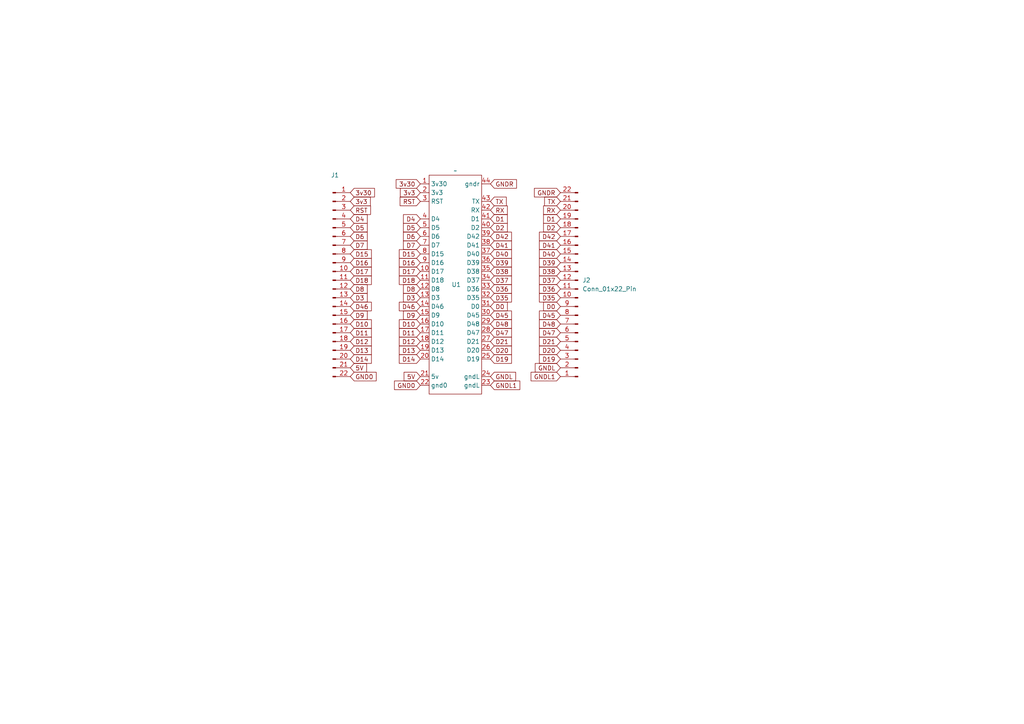
<source format=kicad_sch>
(kicad_sch
	(version 20231120)
	(generator "eeschema")
	(generator_version "8.0")
	(uuid "87774f40-8155-4691-9802-86784037d3e6")
	(paper "A4")
	(lib_symbols
		(symbol "Connector:Conn_01x22_Pin"
			(pin_names
				(offset 1.016) hide)
			(exclude_from_sim no)
			(in_bom yes)
			(on_board yes)
			(property "Reference" "J"
				(at 0 27.94 0)
				(effects
					(font
						(size 1.27 1.27)
					)
				)
			)
			(property "Value" "Conn_01x22_Pin"
				(at 0 -30.48 0)
				(effects
					(font
						(size 1.27 1.27)
					)
				)
			)
			(property "Footprint" ""
				(at 0 0 0)
				(effects
					(font
						(size 1.27 1.27)
					)
					(hide yes)
				)
			)
			(property "Datasheet" "~"
				(at 0 0 0)
				(effects
					(font
						(size 1.27 1.27)
					)
					(hide yes)
				)
			)
			(property "Description" "Generic connector, single row, 01x22, script generated"
				(at 0 0 0)
				(effects
					(font
						(size 1.27 1.27)
					)
					(hide yes)
				)
			)
			(property "ki_locked" ""
				(at 0 0 0)
				(effects
					(font
						(size 1.27 1.27)
					)
				)
			)
			(property "ki_keywords" "connector"
				(at 0 0 0)
				(effects
					(font
						(size 1.27 1.27)
					)
					(hide yes)
				)
			)
			(property "ki_fp_filters" "Connector*:*_1x??_*"
				(at 0 0 0)
				(effects
					(font
						(size 1.27 1.27)
					)
					(hide yes)
				)
			)
			(symbol "Conn_01x22_Pin_1_1"
				(polyline
					(pts
						(xy 1.27 -27.94) (xy 0.8636 -27.94)
					)
					(stroke
						(width 0.1524)
						(type default)
					)
					(fill
						(type none)
					)
				)
				(polyline
					(pts
						(xy 1.27 -25.4) (xy 0.8636 -25.4)
					)
					(stroke
						(width 0.1524)
						(type default)
					)
					(fill
						(type none)
					)
				)
				(polyline
					(pts
						(xy 1.27 -22.86) (xy 0.8636 -22.86)
					)
					(stroke
						(width 0.1524)
						(type default)
					)
					(fill
						(type none)
					)
				)
				(polyline
					(pts
						(xy 1.27 -20.32) (xy 0.8636 -20.32)
					)
					(stroke
						(width 0.1524)
						(type default)
					)
					(fill
						(type none)
					)
				)
				(polyline
					(pts
						(xy 1.27 -17.78) (xy 0.8636 -17.78)
					)
					(stroke
						(width 0.1524)
						(type default)
					)
					(fill
						(type none)
					)
				)
				(polyline
					(pts
						(xy 1.27 -15.24) (xy 0.8636 -15.24)
					)
					(stroke
						(width 0.1524)
						(type default)
					)
					(fill
						(type none)
					)
				)
				(polyline
					(pts
						(xy 1.27 -12.7) (xy 0.8636 -12.7)
					)
					(stroke
						(width 0.1524)
						(type default)
					)
					(fill
						(type none)
					)
				)
				(polyline
					(pts
						(xy 1.27 -10.16) (xy 0.8636 -10.16)
					)
					(stroke
						(width 0.1524)
						(type default)
					)
					(fill
						(type none)
					)
				)
				(polyline
					(pts
						(xy 1.27 -7.62) (xy 0.8636 -7.62)
					)
					(stroke
						(width 0.1524)
						(type default)
					)
					(fill
						(type none)
					)
				)
				(polyline
					(pts
						(xy 1.27 -5.08) (xy 0.8636 -5.08)
					)
					(stroke
						(width 0.1524)
						(type default)
					)
					(fill
						(type none)
					)
				)
				(polyline
					(pts
						(xy 1.27 -2.54) (xy 0.8636 -2.54)
					)
					(stroke
						(width 0.1524)
						(type default)
					)
					(fill
						(type none)
					)
				)
				(polyline
					(pts
						(xy 1.27 0) (xy 0.8636 0)
					)
					(stroke
						(width 0.1524)
						(type default)
					)
					(fill
						(type none)
					)
				)
				(polyline
					(pts
						(xy 1.27 2.54) (xy 0.8636 2.54)
					)
					(stroke
						(width 0.1524)
						(type default)
					)
					(fill
						(type none)
					)
				)
				(polyline
					(pts
						(xy 1.27 5.08) (xy 0.8636 5.08)
					)
					(stroke
						(width 0.1524)
						(type default)
					)
					(fill
						(type none)
					)
				)
				(polyline
					(pts
						(xy 1.27 7.62) (xy 0.8636 7.62)
					)
					(stroke
						(width 0.1524)
						(type default)
					)
					(fill
						(type none)
					)
				)
				(polyline
					(pts
						(xy 1.27 10.16) (xy 0.8636 10.16)
					)
					(stroke
						(width 0.1524)
						(type default)
					)
					(fill
						(type none)
					)
				)
				(polyline
					(pts
						(xy 1.27 12.7) (xy 0.8636 12.7)
					)
					(stroke
						(width 0.1524)
						(type default)
					)
					(fill
						(type none)
					)
				)
				(polyline
					(pts
						(xy 1.27 15.24) (xy 0.8636 15.24)
					)
					(stroke
						(width 0.1524)
						(type default)
					)
					(fill
						(type none)
					)
				)
				(polyline
					(pts
						(xy 1.27 17.78) (xy 0.8636 17.78)
					)
					(stroke
						(width 0.1524)
						(type default)
					)
					(fill
						(type none)
					)
				)
				(polyline
					(pts
						(xy 1.27 20.32) (xy 0.8636 20.32)
					)
					(stroke
						(width 0.1524)
						(type default)
					)
					(fill
						(type none)
					)
				)
				(polyline
					(pts
						(xy 1.27 22.86) (xy 0.8636 22.86)
					)
					(stroke
						(width 0.1524)
						(type default)
					)
					(fill
						(type none)
					)
				)
				(polyline
					(pts
						(xy 1.27 25.4) (xy 0.8636 25.4)
					)
					(stroke
						(width 0.1524)
						(type default)
					)
					(fill
						(type none)
					)
				)
				(rectangle
					(start 0.8636 -27.813)
					(end 0 -28.067)
					(stroke
						(width 0.1524)
						(type default)
					)
					(fill
						(type outline)
					)
				)
				(rectangle
					(start 0.8636 -25.273)
					(end 0 -25.527)
					(stroke
						(width 0.1524)
						(type default)
					)
					(fill
						(type outline)
					)
				)
				(rectangle
					(start 0.8636 -22.733)
					(end 0 -22.987)
					(stroke
						(width 0.1524)
						(type default)
					)
					(fill
						(type outline)
					)
				)
				(rectangle
					(start 0.8636 -20.193)
					(end 0 -20.447)
					(stroke
						(width 0.1524)
						(type default)
					)
					(fill
						(type outline)
					)
				)
				(rectangle
					(start 0.8636 -17.653)
					(end 0 -17.907)
					(stroke
						(width 0.1524)
						(type default)
					)
					(fill
						(type outline)
					)
				)
				(rectangle
					(start 0.8636 -15.113)
					(end 0 -15.367)
					(stroke
						(width 0.1524)
						(type default)
					)
					(fill
						(type outline)
					)
				)
				(rectangle
					(start 0.8636 -12.573)
					(end 0 -12.827)
					(stroke
						(width 0.1524)
						(type default)
					)
					(fill
						(type outline)
					)
				)
				(rectangle
					(start 0.8636 -10.033)
					(end 0 -10.287)
					(stroke
						(width 0.1524)
						(type default)
					)
					(fill
						(type outline)
					)
				)
				(rectangle
					(start 0.8636 -7.493)
					(end 0 -7.747)
					(stroke
						(width 0.1524)
						(type default)
					)
					(fill
						(type outline)
					)
				)
				(rectangle
					(start 0.8636 -4.953)
					(end 0 -5.207)
					(stroke
						(width 0.1524)
						(type default)
					)
					(fill
						(type outline)
					)
				)
				(rectangle
					(start 0.8636 -2.413)
					(end 0 -2.667)
					(stroke
						(width 0.1524)
						(type default)
					)
					(fill
						(type outline)
					)
				)
				(rectangle
					(start 0.8636 0.127)
					(end 0 -0.127)
					(stroke
						(width 0.1524)
						(type default)
					)
					(fill
						(type outline)
					)
				)
				(rectangle
					(start 0.8636 2.667)
					(end 0 2.413)
					(stroke
						(width 0.1524)
						(type default)
					)
					(fill
						(type outline)
					)
				)
				(rectangle
					(start 0.8636 5.207)
					(end 0 4.953)
					(stroke
						(width 0.1524)
						(type default)
					)
					(fill
						(type outline)
					)
				)
				(rectangle
					(start 0.8636 7.747)
					(end 0 7.493)
					(stroke
						(width 0.1524)
						(type default)
					)
					(fill
						(type outline)
					)
				)
				(rectangle
					(start 0.8636 10.287)
					(end 0 10.033)
					(stroke
						(width 0.1524)
						(type default)
					)
					(fill
						(type outline)
					)
				)
				(rectangle
					(start 0.8636 12.827)
					(end 0 12.573)
					(stroke
						(width 0.1524)
						(type default)
					)
					(fill
						(type outline)
					)
				)
				(rectangle
					(start 0.8636 15.367)
					(end 0 15.113)
					(stroke
						(width 0.1524)
						(type default)
					)
					(fill
						(type outline)
					)
				)
				(rectangle
					(start 0.8636 17.907)
					(end 0 17.653)
					(stroke
						(width 0.1524)
						(type default)
					)
					(fill
						(type outline)
					)
				)
				(rectangle
					(start 0.8636 20.447)
					(end 0 20.193)
					(stroke
						(width 0.1524)
						(type default)
					)
					(fill
						(type outline)
					)
				)
				(rectangle
					(start 0.8636 22.987)
					(end 0 22.733)
					(stroke
						(width 0.1524)
						(type default)
					)
					(fill
						(type outline)
					)
				)
				(rectangle
					(start 0.8636 25.527)
					(end 0 25.273)
					(stroke
						(width 0.1524)
						(type default)
					)
					(fill
						(type outline)
					)
				)
				(pin passive line
					(at 5.08 25.4 180)
					(length 3.81)
					(name "Pin_1"
						(effects
							(font
								(size 1.27 1.27)
							)
						)
					)
					(number "1"
						(effects
							(font
								(size 1.27 1.27)
							)
						)
					)
				)
				(pin passive line
					(at 5.08 2.54 180)
					(length 3.81)
					(name "Pin_10"
						(effects
							(font
								(size 1.27 1.27)
							)
						)
					)
					(number "10"
						(effects
							(font
								(size 1.27 1.27)
							)
						)
					)
				)
				(pin passive line
					(at 5.08 0 180)
					(length 3.81)
					(name "Pin_11"
						(effects
							(font
								(size 1.27 1.27)
							)
						)
					)
					(number "11"
						(effects
							(font
								(size 1.27 1.27)
							)
						)
					)
				)
				(pin passive line
					(at 5.08 -2.54 180)
					(length 3.81)
					(name "Pin_12"
						(effects
							(font
								(size 1.27 1.27)
							)
						)
					)
					(number "12"
						(effects
							(font
								(size 1.27 1.27)
							)
						)
					)
				)
				(pin passive line
					(at 5.08 -5.08 180)
					(length 3.81)
					(name "Pin_13"
						(effects
							(font
								(size 1.27 1.27)
							)
						)
					)
					(number "13"
						(effects
							(font
								(size 1.27 1.27)
							)
						)
					)
				)
				(pin passive line
					(at 5.08 -7.62 180)
					(length 3.81)
					(name "Pin_14"
						(effects
							(font
								(size 1.27 1.27)
							)
						)
					)
					(number "14"
						(effects
							(font
								(size 1.27 1.27)
							)
						)
					)
				)
				(pin passive line
					(at 5.08 -10.16 180)
					(length 3.81)
					(name "Pin_15"
						(effects
							(font
								(size 1.27 1.27)
							)
						)
					)
					(number "15"
						(effects
							(font
								(size 1.27 1.27)
							)
						)
					)
				)
				(pin passive line
					(at 5.08 -12.7 180)
					(length 3.81)
					(name "Pin_16"
						(effects
							(font
								(size 1.27 1.27)
							)
						)
					)
					(number "16"
						(effects
							(font
								(size 1.27 1.27)
							)
						)
					)
				)
				(pin passive line
					(at 5.08 -15.24 180)
					(length 3.81)
					(name "Pin_17"
						(effects
							(font
								(size 1.27 1.27)
							)
						)
					)
					(number "17"
						(effects
							(font
								(size 1.27 1.27)
							)
						)
					)
				)
				(pin passive line
					(at 5.08 -17.78 180)
					(length 3.81)
					(name "Pin_18"
						(effects
							(font
								(size 1.27 1.27)
							)
						)
					)
					(number "18"
						(effects
							(font
								(size 1.27 1.27)
							)
						)
					)
				)
				(pin passive line
					(at 5.08 -20.32 180)
					(length 3.81)
					(name "Pin_19"
						(effects
							(font
								(size 1.27 1.27)
							)
						)
					)
					(number "19"
						(effects
							(font
								(size 1.27 1.27)
							)
						)
					)
				)
				(pin passive line
					(at 5.08 22.86 180)
					(length 3.81)
					(name "Pin_2"
						(effects
							(font
								(size 1.27 1.27)
							)
						)
					)
					(number "2"
						(effects
							(font
								(size 1.27 1.27)
							)
						)
					)
				)
				(pin passive line
					(at 5.08 -22.86 180)
					(length 3.81)
					(name "Pin_20"
						(effects
							(font
								(size 1.27 1.27)
							)
						)
					)
					(number "20"
						(effects
							(font
								(size 1.27 1.27)
							)
						)
					)
				)
				(pin passive line
					(at 5.08 -25.4 180)
					(length 3.81)
					(name "Pin_21"
						(effects
							(font
								(size 1.27 1.27)
							)
						)
					)
					(number "21"
						(effects
							(font
								(size 1.27 1.27)
							)
						)
					)
				)
				(pin passive line
					(at 5.08 -27.94 180)
					(length 3.81)
					(name "Pin_22"
						(effects
							(font
								(size 1.27 1.27)
							)
						)
					)
					(number "22"
						(effects
							(font
								(size 1.27 1.27)
							)
						)
					)
				)
				(pin passive line
					(at 5.08 20.32 180)
					(length 3.81)
					(name "Pin_3"
						(effects
							(font
								(size 1.27 1.27)
							)
						)
					)
					(number "3"
						(effects
							(font
								(size 1.27 1.27)
							)
						)
					)
				)
				(pin passive line
					(at 5.08 17.78 180)
					(length 3.81)
					(name "Pin_4"
						(effects
							(font
								(size 1.27 1.27)
							)
						)
					)
					(number "4"
						(effects
							(font
								(size 1.27 1.27)
							)
						)
					)
				)
				(pin passive line
					(at 5.08 15.24 180)
					(length 3.81)
					(name "Pin_5"
						(effects
							(font
								(size 1.27 1.27)
							)
						)
					)
					(number "5"
						(effects
							(font
								(size 1.27 1.27)
							)
						)
					)
				)
				(pin passive line
					(at 5.08 12.7 180)
					(length 3.81)
					(name "Pin_6"
						(effects
							(font
								(size 1.27 1.27)
							)
						)
					)
					(number "6"
						(effects
							(font
								(size 1.27 1.27)
							)
						)
					)
				)
				(pin passive line
					(at 5.08 10.16 180)
					(length 3.81)
					(name "Pin_7"
						(effects
							(font
								(size 1.27 1.27)
							)
						)
					)
					(number "7"
						(effects
							(font
								(size 1.27 1.27)
							)
						)
					)
				)
				(pin passive line
					(at 5.08 7.62 180)
					(length 3.81)
					(name "Pin_8"
						(effects
							(font
								(size 1.27 1.27)
							)
						)
					)
					(number "8"
						(effects
							(font
								(size 1.27 1.27)
							)
						)
					)
				)
				(pin passive line
					(at 5.08 5.08 180)
					(length 3.81)
					(name "Pin_9"
						(effects
							(font
								(size 1.27 1.27)
							)
						)
					)
					(number "9"
						(effects
							(font
								(size 1.27 1.27)
							)
						)
					)
				)
			)
		)
		(symbol "esp32s3dev_module:esp32s3dev_module"
			(exclude_from_sim no)
			(in_bom yes)
			(on_board yes)
			(property "Reference" "U"
				(at -0.254 6.858 0)
				(effects
					(font
						(size 1.27 1.27)
					)
				)
			)
			(property "Value" ""
				(at -0.254 6.858 0)
				(effects
					(font
						(size 1.27 1.27)
					)
				)
			)
			(property "Footprint" ""
				(at -0.254 6.858 0)
				(effects
					(font
						(size 1.27 1.27)
					)
					(hide yes)
				)
			)
			(property "Datasheet" ""
				(at -0.254 6.858 0)
				(effects
					(font
						(size 1.27 1.27)
					)
					(hide yes)
				)
			)
			(property "Description" ""
				(at -0.254 6.858 0)
				(effects
					(font
						(size 1.27 1.27)
					)
					(hide yes)
				)
			)
			(symbol "esp32s3dev_module_0_1"
				(rectangle
					(start -7.62 31.75)
					(end 7.62 -31.75)
					(stroke
						(width 0)
						(type default)
					)
					(fill
						(type none)
					)
				)
			)
			(symbol "esp32s3dev_module_1_1"
				(pin bidirectional line
					(at -10.16 29.21 0)
					(length 2.54)
					(name "3v30"
						(effects
							(font
								(size 1.27 1.27)
							)
						)
					)
					(number "1"
						(effects
							(font
								(size 1.27 1.27)
							)
						)
					)
				)
				(pin bidirectional line
					(at -10.16 3.81 0)
					(length 2.54)
					(name "D17"
						(effects
							(font
								(size 1.27 1.27)
							)
						)
					)
					(number "10"
						(effects
							(font
								(size 1.27 1.27)
							)
						)
					)
				)
				(pin bidirectional line
					(at -10.16 1.27 0)
					(length 2.54)
					(name "D18"
						(effects
							(font
								(size 1.27 1.27)
							)
						)
					)
					(number "11"
						(effects
							(font
								(size 1.27 1.27)
							)
						)
					)
				)
				(pin bidirectional line
					(at -10.16 -1.27 0)
					(length 2.54)
					(name "D8"
						(effects
							(font
								(size 1.27 1.27)
							)
						)
					)
					(number "12"
						(effects
							(font
								(size 1.27 1.27)
							)
						)
					)
				)
				(pin bidirectional line
					(at -10.16 -3.81 0)
					(length 2.54)
					(name "D3"
						(effects
							(font
								(size 1.27 1.27)
							)
						)
					)
					(number "13"
						(effects
							(font
								(size 1.27 1.27)
							)
						)
					)
				)
				(pin bidirectional line
					(at -10.16 -6.35 0)
					(length 2.54)
					(name "D46"
						(effects
							(font
								(size 1.27 1.27)
							)
						)
					)
					(number "14"
						(effects
							(font
								(size 1.27 1.27)
							)
						)
					)
				)
				(pin bidirectional line
					(at -10.16 -8.89 0)
					(length 2.54)
					(name "D9"
						(effects
							(font
								(size 1.27 1.27)
							)
						)
					)
					(number "15"
						(effects
							(font
								(size 1.27 1.27)
							)
						)
					)
				)
				(pin bidirectional line
					(at -10.16 -11.43 0)
					(length 2.54)
					(name "D10"
						(effects
							(font
								(size 1.27 1.27)
							)
						)
					)
					(number "16"
						(effects
							(font
								(size 1.27 1.27)
							)
						)
					)
				)
				(pin bidirectional line
					(at -10.16 -13.97 0)
					(length 2.54)
					(name "D11"
						(effects
							(font
								(size 1.27 1.27)
							)
						)
					)
					(number "17"
						(effects
							(font
								(size 1.27 1.27)
							)
						)
					)
				)
				(pin bidirectional line
					(at -10.16 -16.51 0)
					(length 2.54)
					(name "D12"
						(effects
							(font
								(size 1.27 1.27)
							)
						)
					)
					(number "18"
						(effects
							(font
								(size 1.27 1.27)
							)
						)
					)
				)
				(pin bidirectional line
					(at -10.16 -19.05 0)
					(length 2.54)
					(name "D13"
						(effects
							(font
								(size 1.27 1.27)
							)
						)
					)
					(number "19"
						(effects
							(font
								(size 1.27 1.27)
							)
						)
					)
				)
				(pin bidirectional line
					(at -10.16 26.67 0)
					(length 2.54)
					(name "3v3"
						(effects
							(font
								(size 1.27 1.27)
							)
						)
					)
					(number "2"
						(effects
							(font
								(size 1.27 1.27)
							)
						)
					)
				)
				(pin bidirectional line
					(at -10.16 -21.59 0)
					(length 2.54)
					(name "D14"
						(effects
							(font
								(size 1.27 1.27)
							)
						)
					)
					(number "20"
						(effects
							(font
								(size 1.27 1.27)
							)
						)
					)
				)
				(pin bidirectional line
					(at -10.16 -26.67 0)
					(length 2.54)
					(name "5v"
						(effects
							(font
								(size 1.27 1.27)
							)
						)
					)
					(number "21"
						(effects
							(font
								(size 1.27 1.27)
							)
						)
					)
				)
				(pin bidirectional line
					(at -10.16 -29.21 0)
					(length 2.54)
					(name "gnd0"
						(effects
							(font
								(size 1.27 1.27)
							)
						)
					)
					(number "22"
						(effects
							(font
								(size 1.27 1.27)
							)
						)
					)
				)
				(pin bidirectional line
					(at 10.16 -29.21 180)
					(length 2.54)
					(name "gndL"
						(effects
							(font
								(size 1.27 1.27)
							)
						)
					)
					(number "23"
						(effects
							(font
								(size 1.27 1.27)
							)
						)
					)
				)
				(pin bidirectional line
					(at 10.16 -26.67 180)
					(length 2.54)
					(name "gndL"
						(effects
							(font
								(size 1.27 1.27)
							)
						)
					)
					(number "24"
						(effects
							(font
								(size 1.27 1.27)
							)
						)
					)
				)
				(pin bidirectional line
					(at 10.16 -21.59 180)
					(length 2.54)
					(name "D19"
						(effects
							(font
								(size 1.27 1.27)
							)
						)
					)
					(number "25"
						(effects
							(font
								(size 1.27 1.27)
							)
						)
					)
				)
				(pin bidirectional line
					(at 10.16 -19.05 180)
					(length 2.54)
					(name "D20"
						(effects
							(font
								(size 1.27 1.27)
							)
						)
					)
					(number "26"
						(effects
							(font
								(size 1.27 1.27)
							)
						)
					)
				)
				(pin bidirectional line
					(at 10.16 -16.51 180)
					(length 2.54)
					(name "D21"
						(effects
							(font
								(size 1.27 1.27)
							)
						)
					)
					(number "27"
						(effects
							(font
								(size 1.27 1.27)
							)
						)
					)
				)
				(pin bidirectional line
					(at 10.16 -13.97 180)
					(length 2.54)
					(name "D47"
						(effects
							(font
								(size 1.27 1.27)
							)
						)
					)
					(number "28"
						(effects
							(font
								(size 1.27 1.27)
							)
						)
					)
				)
				(pin bidirectional line
					(at 10.16 -11.43 180)
					(length 2.54)
					(name "D48"
						(effects
							(font
								(size 1.27 1.27)
							)
						)
					)
					(number "29"
						(effects
							(font
								(size 1.27 1.27)
							)
						)
					)
				)
				(pin bidirectional line
					(at -10.16 24.13 0)
					(length 2.54)
					(name "RST"
						(effects
							(font
								(size 1.27 1.27)
							)
						)
					)
					(number "3"
						(effects
							(font
								(size 1.27 1.27)
							)
						)
					)
				)
				(pin bidirectional line
					(at 10.16 -8.89 180)
					(length 2.54)
					(name "D45"
						(effects
							(font
								(size 1.27 1.27)
							)
						)
					)
					(number "30"
						(effects
							(font
								(size 1.27 1.27)
							)
						)
					)
				)
				(pin bidirectional line
					(at 10.16 -6.35 180)
					(length 2.54)
					(name "D0"
						(effects
							(font
								(size 1.27 1.27)
							)
						)
					)
					(number "31"
						(effects
							(font
								(size 1.27 1.27)
							)
						)
					)
				)
				(pin bidirectional line
					(at 10.16 -3.81 180)
					(length 2.54)
					(name "D35"
						(effects
							(font
								(size 1.27 1.27)
							)
						)
					)
					(number "32"
						(effects
							(font
								(size 1.27 1.27)
							)
						)
					)
				)
				(pin bidirectional line
					(at 10.16 -1.27 180)
					(length 2.54)
					(name "D36"
						(effects
							(font
								(size 1.27 1.27)
							)
						)
					)
					(number "33"
						(effects
							(font
								(size 1.27 1.27)
							)
						)
					)
				)
				(pin bidirectional line
					(at 10.16 1.27 180)
					(length 2.54)
					(name "D37"
						(effects
							(font
								(size 1.27 1.27)
							)
						)
					)
					(number "34"
						(effects
							(font
								(size 1.27 1.27)
							)
						)
					)
				)
				(pin bidirectional line
					(at 10.16 3.81 180)
					(length 2.54)
					(name "D38"
						(effects
							(font
								(size 1.27 1.27)
							)
						)
					)
					(number "35"
						(effects
							(font
								(size 1.27 1.27)
							)
						)
					)
				)
				(pin bidirectional line
					(at 10.16 6.35 180)
					(length 2.54)
					(name "D39"
						(effects
							(font
								(size 1.27 1.27)
							)
						)
					)
					(number "36"
						(effects
							(font
								(size 1.27 1.27)
							)
						)
					)
				)
				(pin bidirectional line
					(at 10.16 8.89 180)
					(length 2.54)
					(name "D40"
						(effects
							(font
								(size 1.27 1.27)
							)
						)
					)
					(number "37"
						(effects
							(font
								(size 1.27 1.27)
							)
						)
					)
				)
				(pin bidirectional line
					(at 10.16 11.43 180)
					(length 2.54)
					(name "D41"
						(effects
							(font
								(size 1.27 1.27)
							)
						)
					)
					(number "38"
						(effects
							(font
								(size 1.27 1.27)
							)
						)
					)
				)
				(pin bidirectional line
					(at 10.16 13.97 180)
					(length 2.54)
					(name "D42"
						(effects
							(font
								(size 1.27 1.27)
							)
						)
					)
					(number "39"
						(effects
							(font
								(size 1.27 1.27)
							)
						)
					)
				)
				(pin bidirectional line
					(at -10.16 19.05 0)
					(length 2.54)
					(name "D4"
						(effects
							(font
								(size 1.27 1.27)
							)
						)
					)
					(number "4"
						(effects
							(font
								(size 1.27 1.27)
							)
						)
					)
				)
				(pin bidirectional line
					(at 10.16 16.51 180)
					(length 2.54)
					(name "D2"
						(effects
							(font
								(size 1.27 1.27)
							)
						)
					)
					(number "40"
						(effects
							(font
								(size 1.27 1.27)
							)
						)
					)
				)
				(pin bidirectional line
					(at 10.16 19.05 180)
					(length 2.54)
					(name "D1"
						(effects
							(font
								(size 1.27 1.27)
							)
						)
					)
					(number "41"
						(effects
							(font
								(size 1.27 1.27)
							)
						)
					)
				)
				(pin bidirectional line
					(at 10.16 21.59 180)
					(length 2.54)
					(name "RX"
						(effects
							(font
								(size 1.27 1.27)
							)
						)
					)
					(number "42"
						(effects
							(font
								(size 1.27 1.27)
							)
						)
					)
				)
				(pin bidirectional line
					(at 10.16 24.13 180)
					(length 2.54)
					(name "TX"
						(effects
							(font
								(size 1.27 1.27)
							)
						)
					)
					(number "43"
						(effects
							(font
								(size 1.27 1.27)
							)
						)
					)
				)
				(pin bidirectional line
					(at 10.16 29.21 180)
					(length 2.54)
					(name "gndr"
						(effects
							(font
								(size 1.27 1.27)
							)
						)
					)
					(number "44"
						(effects
							(font
								(size 1.27 1.27)
							)
						)
					)
				)
				(pin bidirectional line
					(at -10.16 16.51 0)
					(length 2.54)
					(name "D5"
						(effects
							(font
								(size 1.27 1.27)
							)
						)
					)
					(number "5"
						(effects
							(font
								(size 1.27 1.27)
							)
						)
					)
				)
				(pin bidirectional line
					(at -10.16 13.97 0)
					(length 2.54)
					(name "D6"
						(effects
							(font
								(size 1.27 1.27)
							)
						)
					)
					(number "6"
						(effects
							(font
								(size 1.27 1.27)
							)
						)
					)
				)
				(pin bidirectional line
					(at -10.16 11.43 0)
					(length 2.54)
					(name "D7"
						(effects
							(font
								(size 1.27 1.27)
							)
						)
					)
					(number "7"
						(effects
							(font
								(size 1.27 1.27)
							)
						)
					)
				)
				(pin bidirectional line
					(at -10.16 8.89 0)
					(length 2.54)
					(name "D15"
						(effects
							(font
								(size 1.27 1.27)
							)
						)
					)
					(number "8"
						(effects
							(font
								(size 1.27 1.27)
							)
						)
					)
				)
				(pin bidirectional line
					(at -10.16 6.35 0)
					(length 2.54)
					(name "D16"
						(effects
							(font
								(size 1.27 1.27)
							)
						)
					)
					(number "9"
						(effects
							(font
								(size 1.27 1.27)
							)
						)
					)
				)
			)
		)
	)
	(global_label "D40"
		(shape input)
		(at 142.24 73.66 0)
		(fields_autoplaced yes)
		(effects
			(font
				(size 1.27 1.27)
			)
			(justify left)
		)
		(uuid "01203fdf-d427-4fd9-99ec-6e6c697c52fd")
		(property "Intersheetrefs" "${INTERSHEET_REFS}"
			(at 148.9142 73.66 0)
			(effects
				(font
					(size 1.27 1.27)
				)
				(justify left)
				(hide yes)
			)
		)
	)
	(global_label "5V"
		(shape input)
		(at 101.6 106.68 0)
		(fields_autoplaced yes)
		(effects
			(font
				(size 1.27 1.27)
			)
			(justify left)
		)
		(uuid "05a4bfa5-4a03-49a2-84a5-36f134a100b6")
		(property "Intersheetrefs" "${INTERSHEET_REFS}"
			(at 106.8833 106.68 0)
			(effects
				(font
					(size 1.27 1.27)
				)
				(justify left)
				(hide yes)
			)
		)
	)
	(global_label "3v30"
		(shape input)
		(at 121.92 53.34 180)
		(fields_autoplaced yes)
		(effects
			(font
				(size 1.27 1.27)
			)
			(justify right)
		)
		(uuid "0703552d-e2d3-4284-a528-9da428265a52")
		(property "Intersheetrefs" "${INTERSHEET_REFS}"
			(at 114.3387 53.34 0)
			(effects
				(font
					(size 1.27 1.27)
				)
				(justify right)
				(hide yes)
			)
		)
	)
	(global_label "D48"
		(shape input)
		(at 162.56 93.98 180)
		(fields_autoplaced yes)
		(effects
			(font
				(size 1.27 1.27)
			)
			(justify right)
		)
		(uuid "0bf75e7a-6fa1-4a9d-b07b-0580c3875122")
		(property "Intersheetrefs" "${INTERSHEET_REFS}"
			(at 155.8858 93.98 0)
			(effects
				(font
					(size 1.27 1.27)
				)
				(justify right)
				(hide yes)
			)
		)
	)
	(global_label "D17"
		(shape input)
		(at 101.6 78.74 0)
		(fields_autoplaced yes)
		(effects
			(font
				(size 1.27 1.27)
			)
			(justify left)
		)
		(uuid "0bffdc4d-e14e-45c2-9e64-feb3cdadc21a")
		(property "Intersheetrefs" "${INTERSHEET_REFS}"
			(at 108.2742 78.74 0)
			(effects
				(font
					(size 1.27 1.27)
				)
				(justify left)
				(hide yes)
			)
		)
	)
	(global_label "D0"
		(shape input)
		(at 142.24 88.9 0)
		(fields_autoplaced yes)
		(effects
			(font
				(size 1.27 1.27)
			)
			(justify left)
		)
		(uuid "0ea33431-7ab7-4ea6-802c-5554b2c2cb37")
		(property "Intersheetrefs" "${INTERSHEET_REFS}"
			(at 147.7047 88.9 0)
			(effects
				(font
					(size 1.27 1.27)
				)
				(justify left)
				(hide yes)
			)
		)
	)
	(global_label "RX"
		(shape input)
		(at 142.24 60.96 0)
		(fields_autoplaced yes)
		(effects
			(font
				(size 1.27 1.27)
			)
			(justify left)
		)
		(uuid "0fb3c813-af83-4950-aee0-8a6bafb6c3f9")
		(property "Intersheetrefs" "${INTERSHEET_REFS}"
			(at 147.7047 60.96 0)
			(effects
				(font
					(size 1.27 1.27)
				)
				(justify left)
				(hide yes)
			)
		)
	)
	(global_label "5V"
		(shape input)
		(at 121.92 109.22 180)
		(fields_autoplaced yes)
		(effects
			(font
				(size 1.27 1.27)
			)
			(justify right)
		)
		(uuid "116af4a2-fc8a-4b86-88e4-29ec423f62d9")
		(property "Intersheetrefs" "${INTERSHEET_REFS}"
			(at 116.6367 109.22 0)
			(effects
				(font
					(size 1.27 1.27)
				)
				(justify right)
				(hide yes)
			)
		)
	)
	(global_label "D1"
		(shape input)
		(at 162.56 63.5 180)
		(fields_autoplaced yes)
		(effects
			(font
				(size 1.27 1.27)
			)
			(justify right)
		)
		(uuid "12011fc5-3e41-4a35-a710-609e5a465fba")
		(property "Intersheetrefs" "${INTERSHEET_REFS}"
			(at 157.0953 63.5 0)
			(effects
				(font
					(size 1.27 1.27)
				)
				(justify right)
				(hide yes)
			)
		)
	)
	(global_label "D16"
		(shape input)
		(at 101.6 76.2 0)
		(fields_autoplaced yes)
		(effects
			(font
				(size 1.27 1.27)
			)
			(justify left)
		)
		(uuid "138e7fd3-448e-41f8-8a9c-aa78d9a266b5")
		(property "Intersheetrefs" "${INTERSHEET_REFS}"
			(at 108.2742 76.2 0)
			(effects
				(font
					(size 1.27 1.27)
				)
				(justify left)
				(hide yes)
			)
		)
	)
	(global_label "GND0"
		(shape input)
		(at 121.92 111.76 180)
		(fields_autoplaced yes)
		(effects
			(font
				(size 1.27 1.27)
			)
			(justify right)
		)
		(uuid "144c599c-061b-4748-83ab-c269e863abab")
		(property "Intersheetrefs" "${INTERSHEET_REFS}"
			(at 113.8548 111.76 0)
			(effects
				(font
					(size 1.27 1.27)
				)
				(justify right)
				(hide yes)
			)
		)
	)
	(global_label "D36"
		(shape input)
		(at 162.56 83.82 180)
		(fields_autoplaced yes)
		(effects
			(font
				(size 1.27 1.27)
			)
			(justify right)
		)
		(uuid "1488836c-4771-4a5a-a985-929f3d6fa877")
		(property "Intersheetrefs" "${INTERSHEET_REFS}"
			(at 155.8858 83.82 0)
			(effects
				(font
					(size 1.27 1.27)
				)
				(justify right)
				(hide yes)
			)
		)
	)
	(global_label "D4"
		(shape input)
		(at 121.92 63.5 180)
		(fields_autoplaced yes)
		(effects
			(font
				(size 1.27 1.27)
			)
			(justify right)
		)
		(uuid "18db2853-dae6-4ecd-b51c-85a34d85829b")
		(property "Intersheetrefs" "${INTERSHEET_REFS}"
			(at 116.4553 63.5 0)
			(effects
				(font
					(size 1.27 1.27)
				)
				(justify right)
				(hide yes)
			)
		)
	)
	(global_label "D8"
		(shape input)
		(at 101.6 83.82 0)
		(fields_autoplaced yes)
		(effects
			(font
				(size 1.27 1.27)
			)
			(justify left)
		)
		(uuid "1b551280-e1fb-456b-bc23-5248cf2f2a07")
		(property "Intersheetrefs" "${INTERSHEET_REFS}"
			(at 107.0647 83.82 0)
			(effects
				(font
					(size 1.27 1.27)
				)
				(justify left)
				(hide yes)
			)
		)
	)
	(global_label "D14"
		(shape input)
		(at 101.6 104.14 0)
		(fields_autoplaced yes)
		(effects
			(font
				(size 1.27 1.27)
			)
			(justify left)
		)
		(uuid "1c10cfc0-d6e1-47dd-8dbe-45e94ed46806")
		(property "Intersheetrefs" "${INTERSHEET_REFS}"
			(at 108.2742 104.14 0)
			(effects
				(font
					(size 1.27 1.27)
				)
				(justify left)
				(hide yes)
			)
		)
	)
	(global_label "D20"
		(shape input)
		(at 142.24 101.6 0)
		(fields_autoplaced yes)
		(effects
			(font
				(size 1.27 1.27)
			)
			(justify left)
		)
		(uuid "28a308f5-00c6-4814-84a2-dcaf110b41cf")
		(property "Intersheetrefs" "${INTERSHEET_REFS}"
			(at 148.9142 101.6 0)
			(effects
				(font
					(size 1.27 1.27)
				)
				(justify left)
				(hide yes)
			)
		)
	)
	(global_label "D40"
		(shape input)
		(at 162.56 73.66 180)
		(fields_autoplaced yes)
		(effects
			(font
				(size 1.27 1.27)
			)
			(justify right)
		)
		(uuid "295fa5be-0631-4b9e-801d-bf1dca2febd9")
		(property "Intersheetrefs" "${INTERSHEET_REFS}"
			(at 155.8858 73.66 0)
			(effects
				(font
					(size 1.27 1.27)
				)
				(justify right)
				(hide yes)
			)
		)
	)
	(global_label "D17"
		(shape input)
		(at 121.92 78.74 180)
		(fields_autoplaced yes)
		(effects
			(font
				(size 1.27 1.27)
			)
			(justify right)
		)
		(uuid "2b345cfe-f9a2-4bc8-9e96-587c7381fd2f")
		(property "Intersheetrefs" "${INTERSHEET_REFS}"
			(at 115.2458 78.74 0)
			(effects
				(font
					(size 1.27 1.27)
				)
				(justify right)
				(hide yes)
			)
		)
	)
	(global_label "TX"
		(shape input)
		(at 162.56 58.42 180)
		(fields_autoplaced yes)
		(effects
			(font
				(size 1.27 1.27)
			)
			(justify right)
		)
		(uuid "2e4f870a-91ae-4bae-ad29-f28ed69fdeec")
		(property "Intersheetrefs" "${INTERSHEET_REFS}"
			(at 157.3977 58.42 0)
			(effects
				(font
					(size 1.27 1.27)
				)
				(justify right)
				(hide yes)
			)
		)
	)
	(global_label "D1"
		(shape input)
		(at 142.24 63.5 0)
		(fields_autoplaced yes)
		(effects
			(font
				(size 1.27 1.27)
			)
			(justify left)
		)
		(uuid "2e876e74-0d48-403c-84f3-b84f8c7a7020")
		(property "Intersheetrefs" "${INTERSHEET_REFS}"
			(at 147.7047 63.5 0)
			(effects
				(font
					(size 1.27 1.27)
				)
				(justify left)
				(hide yes)
			)
		)
	)
	(global_label "D10"
		(shape input)
		(at 121.92 93.98 180)
		(fields_autoplaced yes)
		(effects
			(font
				(size 1.27 1.27)
			)
			(justify right)
		)
		(uuid "3399698e-19f3-4505-aea4-641196bc67e9")
		(property "Intersheetrefs" "${INTERSHEET_REFS}"
			(at 115.2458 93.98 0)
			(effects
				(font
					(size 1.27 1.27)
				)
				(justify right)
				(hide yes)
			)
		)
	)
	(global_label "D42"
		(shape input)
		(at 162.56 68.58 180)
		(fields_autoplaced yes)
		(effects
			(font
				(size 1.27 1.27)
			)
			(justify right)
		)
		(uuid "34005b39-6b50-41e0-8fc7-9f388d11170a")
		(property "Intersheetrefs" "${INTERSHEET_REFS}"
			(at 155.8858 68.58 0)
			(effects
				(font
					(size 1.27 1.27)
				)
				(justify right)
				(hide yes)
			)
		)
	)
	(global_label "RX"
		(shape input)
		(at 162.56 60.96 180)
		(fields_autoplaced yes)
		(effects
			(font
				(size 1.27 1.27)
			)
			(justify right)
		)
		(uuid "34e20fb2-ec40-4222-801b-2c08cbda8aad")
		(property "Intersheetrefs" "${INTERSHEET_REFS}"
			(at 157.0953 60.96 0)
			(effects
				(font
					(size 1.27 1.27)
				)
				(justify right)
				(hide yes)
			)
		)
	)
	(global_label "D38"
		(shape input)
		(at 142.24 78.74 0)
		(fields_autoplaced yes)
		(effects
			(font
				(size 1.27 1.27)
			)
			(justify left)
		)
		(uuid "3a9c6430-b414-49ba-ac90-b9208ecd439d")
		(property "Intersheetrefs" "${INTERSHEET_REFS}"
			(at 148.9142 78.74 0)
			(effects
				(font
					(size 1.27 1.27)
				)
				(justify left)
				(hide yes)
			)
		)
	)
	(global_label "D2"
		(shape input)
		(at 142.24 66.04 0)
		(fields_autoplaced yes)
		(effects
			(font
				(size 1.27 1.27)
			)
			(justify left)
		)
		(uuid "3bcab669-53c7-4cba-9a28-13f439879b6f")
		(property "Intersheetrefs" "${INTERSHEET_REFS}"
			(at 147.7047 66.04 0)
			(effects
				(font
					(size 1.27 1.27)
				)
				(justify left)
				(hide yes)
			)
		)
	)
	(global_label "D48"
		(shape input)
		(at 142.24 93.98 0)
		(fields_autoplaced yes)
		(effects
			(font
				(size 1.27 1.27)
			)
			(justify left)
		)
		(uuid "3d3724fa-d020-46e6-9f93-69f73d786519")
		(property "Intersheetrefs" "${INTERSHEET_REFS}"
			(at 148.9142 93.98 0)
			(effects
				(font
					(size 1.27 1.27)
				)
				(justify left)
				(hide yes)
			)
		)
	)
	(global_label "D41"
		(shape input)
		(at 162.56 71.12 180)
		(fields_autoplaced yes)
		(effects
			(font
				(size 1.27 1.27)
			)
			(justify right)
		)
		(uuid "41ccf980-1d7b-48ee-887e-2aa786f5d77c")
		(property "Intersheetrefs" "${INTERSHEET_REFS}"
			(at 155.8858 71.12 0)
			(effects
				(font
					(size 1.27 1.27)
				)
				(justify right)
				(hide yes)
			)
		)
	)
	(global_label "D39"
		(shape input)
		(at 142.24 76.2 0)
		(fields_autoplaced yes)
		(effects
			(font
				(size 1.27 1.27)
			)
			(justify left)
		)
		(uuid "451ce117-3931-4d57-8e89-7f8cfdd0dfaa")
		(property "Intersheetrefs" "${INTERSHEET_REFS}"
			(at 148.9142 76.2 0)
			(effects
				(font
					(size 1.27 1.27)
				)
				(justify left)
				(hide yes)
			)
		)
	)
	(global_label "D18"
		(shape input)
		(at 121.92 81.28 180)
		(fields_autoplaced yes)
		(effects
			(font
				(size 1.27 1.27)
			)
			(justify right)
		)
		(uuid "469ce194-1711-4034-8cb6-0906fa4ec4f8")
		(property "Intersheetrefs" "${INTERSHEET_REFS}"
			(at 115.2458 81.28 0)
			(effects
				(font
					(size 1.27 1.27)
				)
				(justify right)
				(hide yes)
			)
		)
	)
	(global_label "D21"
		(shape input)
		(at 162.56 99.06 180)
		(fields_autoplaced yes)
		(effects
			(font
				(size 1.27 1.27)
			)
			(justify right)
		)
		(uuid "47786fa4-2052-441d-87ec-d4f9774c7a71")
		(property "Intersheetrefs" "${INTERSHEET_REFS}"
			(at 155.8858 99.06 0)
			(effects
				(font
					(size 1.27 1.27)
				)
				(justify right)
				(hide yes)
			)
		)
	)
	(global_label "D12"
		(shape input)
		(at 121.92 99.06 180)
		(fields_autoplaced yes)
		(effects
			(font
				(size 1.27 1.27)
			)
			(justify right)
		)
		(uuid "4a78e3f4-1ca1-4174-b4b9-77cb7499908c")
		(property "Intersheetrefs" "${INTERSHEET_REFS}"
			(at 115.2458 99.06 0)
			(effects
				(font
					(size 1.27 1.27)
				)
				(justify right)
				(hide yes)
			)
		)
	)
	(global_label "D11"
		(shape input)
		(at 101.6 96.52 0)
		(fields_autoplaced yes)
		(effects
			(font
				(size 1.27 1.27)
			)
			(justify left)
		)
		(uuid "4cf31d98-8272-477b-971a-0c3aeca6b5a2")
		(property "Intersheetrefs" "${INTERSHEET_REFS}"
			(at 108.2742 96.52 0)
			(effects
				(font
					(size 1.27 1.27)
				)
				(justify left)
				(hide yes)
			)
		)
	)
	(global_label "D13"
		(shape input)
		(at 101.6 101.6 0)
		(fields_autoplaced yes)
		(effects
			(font
				(size 1.27 1.27)
			)
			(justify left)
		)
		(uuid "4e0d1e1c-e7cb-43e4-a9bc-ab20feeae32a")
		(property "Intersheetrefs" "${INTERSHEET_REFS}"
			(at 108.2742 101.6 0)
			(effects
				(font
					(size 1.27 1.27)
				)
				(justify left)
				(hide yes)
			)
		)
	)
	(global_label "D5"
		(shape input)
		(at 121.92 66.04 180)
		(fields_autoplaced yes)
		(effects
			(font
				(size 1.27 1.27)
			)
			(justify right)
		)
		(uuid "4fc36ac2-745c-4ff2-b12f-7a00f41bf949")
		(property "Intersheetrefs" "${INTERSHEET_REFS}"
			(at 116.4553 66.04 0)
			(effects
				(font
					(size 1.27 1.27)
				)
				(justify right)
				(hide yes)
			)
		)
	)
	(global_label "D21"
		(shape input)
		(at 142.24 99.06 0)
		(fields_autoplaced yes)
		(effects
			(font
				(size 1.27 1.27)
			)
			(justify left)
		)
		(uuid "50489f62-0f82-4469-acd0-0e06ea625e89")
		(property "Intersheetrefs" "${INTERSHEET_REFS}"
			(at 148.9142 99.06 0)
			(effects
				(font
					(size 1.27 1.27)
				)
				(justify left)
				(hide yes)
			)
		)
	)
	(global_label "RST"
		(shape input)
		(at 121.92 58.42 180)
		(fields_autoplaced yes)
		(effects
			(font
				(size 1.27 1.27)
			)
			(justify right)
		)
		(uuid "51d2b3fa-5a39-4ae4-ae79-280024e794e7")
		(property "Intersheetrefs" "${INTERSHEET_REFS}"
			(at 115.4877 58.42 0)
			(effects
				(font
					(size 1.27 1.27)
				)
				(justify right)
				(hide yes)
			)
		)
	)
	(global_label "D39"
		(shape input)
		(at 162.56 76.2 180)
		(fields_autoplaced yes)
		(effects
			(font
				(size 1.27 1.27)
			)
			(justify right)
		)
		(uuid "544c98d4-a178-4e1c-8ca2-f846a11a33fa")
		(property "Intersheetrefs" "${INTERSHEET_REFS}"
			(at 155.8858 76.2 0)
			(effects
				(font
					(size 1.27 1.27)
				)
				(justify right)
				(hide yes)
			)
		)
	)
	(global_label "D6"
		(shape input)
		(at 101.6 68.58 0)
		(fields_autoplaced yes)
		(effects
			(font
				(size 1.27 1.27)
			)
			(justify left)
		)
		(uuid "54b80530-b6ae-4077-8bbf-fc7de6b76251")
		(property "Intersheetrefs" "${INTERSHEET_REFS}"
			(at 107.0647 68.58 0)
			(effects
				(font
					(size 1.27 1.27)
				)
				(justify left)
				(hide yes)
			)
		)
	)
	(global_label "D7"
		(shape input)
		(at 101.6 71.12 0)
		(fields_autoplaced yes)
		(effects
			(font
				(size 1.27 1.27)
			)
			(justify left)
		)
		(uuid "550c02b6-fae3-4b3c-a948-71abaf4bc56e")
		(property "Intersheetrefs" "${INTERSHEET_REFS}"
			(at 107.0647 71.12 0)
			(effects
				(font
					(size 1.27 1.27)
				)
				(justify left)
				(hide yes)
			)
		)
	)
	(global_label "D7"
		(shape input)
		(at 121.92 71.12 180)
		(fields_autoplaced yes)
		(effects
			(font
				(size 1.27 1.27)
			)
			(justify right)
		)
		(uuid "5962e7ec-0243-4832-859b-ac98b3b2ad56")
		(property "Intersheetrefs" "${INTERSHEET_REFS}"
			(at 116.4553 71.12 0)
			(effects
				(font
					(size 1.27 1.27)
				)
				(justify right)
				(hide yes)
			)
		)
	)
	(global_label "D2"
		(shape input)
		(at 162.56 66.04 180)
		(fields_autoplaced yes)
		(effects
			(font
				(size 1.27 1.27)
			)
			(justify right)
		)
		(uuid "5f925995-6b0c-438f-9e2f-95c7be2cddb0")
		(property "Intersheetrefs" "${INTERSHEET_REFS}"
			(at 157.0953 66.04 0)
			(effects
				(font
					(size 1.27 1.27)
				)
				(justify right)
				(hide yes)
			)
		)
	)
	(global_label "3v30"
		(shape input)
		(at 101.6 55.88 0)
		(fields_autoplaced yes)
		(effects
			(font
				(size 1.27 1.27)
			)
			(justify left)
		)
		(uuid "62c7a9d3-031c-4c06-99aa-28071dd700e7")
		(property "Intersheetrefs" "${INTERSHEET_REFS}"
			(at 109.1813 55.88 0)
			(effects
				(font
					(size 1.27 1.27)
				)
				(justify left)
				(hide yes)
			)
		)
	)
	(global_label "D16"
		(shape input)
		(at 121.92 76.2 180)
		(fields_autoplaced yes)
		(effects
			(font
				(size 1.27 1.27)
			)
			(justify right)
		)
		(uuid "63f141c3-0f65-4cc3-bcc0-af9722f4717c")
		(property "Intersheetrefs" "${INTERSHEET_REFS}"
			(at 115.2458 76.2 0)
			(effects
				(font
					(size 1.27 1.27)
				)
				(justify right)
				(hide yes)
			)
		)
	)
	(global_label "RST"
		(shape input)
		(at 101.6 60.96 0)
		(fields_autoplaced yes)
		(effects
			(font
				(size 1.27 1.27)
			)
			(justify left)
		)
		(uuid "65594909-ae4f-4a0f-b33b-ebe590f5bc54")
		(property "Intersheetrefs" "${INTERSHEET_REFS}"
			(at 108.0323 60.96 0)
			(effects
				(font
					(size 1.27 1.27)
				)
				(justify left)
				(hide yes)
			)
		)
	)
	(global_label "D4"
		(shape input)
		(at 101.6 63.5 0)
		(fields_autoplaced yes)
		(effects
			(font
				(size 1.27 1.27)
			)
			(justify left)
		)
		(uuid "659493cd-e6f0-4f9c-ba94-45055d7b300b")
		(property "Intersheetrefs" "${INTERSHEET_REFS}"
			(at 107.0647 63.5 0)
			(effects
				(font
					(size 1.27 1.27)
				)
				(justify left)
				(hide yes)
			)
		)
	)
	(global_label "D9"
		(shape input)
		(at 101.6 91.44 0)
		(fields_autoplaced yes)
		(effects
			(font
				(size 1.27 1.27)
			)
			(justify left)
		)
		(uuid "69634be9-acbf-4999-ac8a-e427e5958afb")
		(property "Intersheetrefs" "${INTERSHEET_REFS}"
			(at 107.0647 91.44 0)
			(effects
				(font
					(size 1.27 1.27)
				)
				(justify left)
				(hide yes)
			)
		)
	)
	(global_label "D41"
		(shape input)
		(at 142.24 71.12 0)
		(fields_autoplaced yes)
		(effects
			(font
				(size 1.27 1.27)
			)
			(justify left)
		)
		(uuid "6986ae70-694a-47a5-9417-8b7d1c3cadce")
		(property "Intersheetrefs" "${INTERSHEET_REFS}"
			(at 148.9142 71.12 0)
			(effects
				(font
					(size 1.27 1.27)
				)
				(justify left)
				(hide yes)
			)
		)
	)
	(global_label "D46"
		(shape input)
		(at 101.6 88.9 0)
		(fields_autoplaced yes)
		(effects
			(font
				(size 1.27 1.27)
			)
			(justify left)
		)
		(uuid "69e1aa47-b76c-48cb-a412-bdda630ac89d")
		(property "Intersheetrefs" "${INTERSHEET_REFS}"
			(at 108.2742 88.9 0)
			(effects
				(font
					(size 1.27 1.27)
				)
				(justify left)
				(hide yes)
			)
		)
	)
	(global_label "D45"
		(shape input)
		(at 142.24 91.44 0)
		(fields_autoplaced yes)
		(effects
			(font
				(size 1.27 1.27)
			)
			(justify left)
		)
		(uuid "6b1291e8-5597-450e-a140-12c20820c827")
		(property "Intersheetrefs" "${INTERSHEET_REFS}"
			(at 148.9142 91.44 0)
			(effects
				(font
					(size 1.27 1.27)
				)
				(justify left)
				(hide yes)
			)
		)
	)
	(global_label "GNDR"
		(shape input)
		(at 162.56 55.88 180)
		(fields_autoplaced yes)
		(effects
			(font
				(size 1.27 1.27)
			)
			(justify right)
		)
		(uuid "73ce84ab-6c4e-437d-8c9e-c921078933ad")
		(property "Intersheetrefs" "${INTERSHEET_REFS}"
			(at 154.4343 55.88 0)
			(effects
				(font
					(size 1.27 1.27)
				)
				(justify right)
				(hide yes)
			)
		)
	)
	(global_label "GNDL"
		(shape input)
		(at 142.24 109.22 0)
		(fields_autoplaced yes)
		(effects
			(font
				(size 1.27 1.27)
			)
			(justify left)
		)
		(uuid "7badf517-c480-4ef5-91bc-ee5af071483d")
		(property "Intersheetrefs" "${INTERSHEET_REFS}"
			(at 150.1238 109.22 0)
			(effects
				(font
					(size 1.27 1.27)
				)
				(justify left)
				(hide yes)
			)
		)
	)
	(global_label "D19"
		(shape input)
		(at 142.24 104.14 0)
		(fields_autoplaced yes)
		(effects
			(font
				(size 1.27 1.27)
			)
			(justify left)
		)
		(uuid "7e163dd4-8021-4986-b13a-eac27fbf12bb")
		(property "Intersheetrefs" "${INTERSHEET_REFS}"
			(at 148.9142 104.14 0)
			(effects
				(font
					(size 1.27 1.27)
				)
				(justify left)
				(hide yes)
			)
		)
	)
	(global_label "3v3"
		(shape input)
		(at 121.92 55.88 180)
		(fields_autoplaced yes)
		(effects
			(font
				(size 1.27 1.27)
			)
			(justify right)
		)
		(uuid "825e917e-2c5b-4f8e-911a-45e5d4aa71ba")
		(property "Intersheetrefs" "${INTERSHEET_REFS}"
			(at 115.5482 55.88 0)
			(effects
				(font
					(size 1.27 1.27)
				)
				(justify right)
				(hide yes)
			)
		)
	)
	(global_label "D15"
		(shape input)
		(at 121.92 73.66 180)
		(fields_autoplaced yes)
		(effects
			(font
				(size 1.27 1.27)
			)
			(justify right)
		)
		(uuid "85149dbb-5123-40e1-ad97-a6498ea9f167")
		(property "Intersheetrefs" "${INTERSHEET_REFS}"
			(at 115.2458 73.66 0)
			(effects
				(font
					(size 1.27 1.27)
				)
				(justify right)
				(hide yes)
			)
		)
	)
	(global_label "D3"
		(shape input)
		(at 121.92 86.36 180)
		(fields_autoplaced yes)
		(effects
			(font
				(size 1.27 1.27)
			)
			(justify right)
		)
		(uuid "88cdf4a2-73ce-4213-bead-bd2ff50ac45f")
		(property "Intersheetrefs" "${INTERSHEET_REFS}"
			(at 116.4553 86.36 0)
			(effects
				(font
					(size 1.27 1.27)
				)
				(justify right)
				(hide yes)
			)
		)
	)
	(global_label "D45"
		(shape input)
		(at 162.56 91.44 180)
		(fields_autoplaced yes)
		(effects
			(font
				(size 1.27 1.27)
			)
			(justify right)
		)
		(uuid "931b23c8-de7b-45c3-9f45-c713f827e0cd")
		(property "Intersheetrefs" "${INTERSHEET_REFS}"
			(at 155.8858 91.44 0)
			(effects
				(font
					(size 1.27 1.27)
				)
				(justify right)
				(hide yes)
			)
		)
	)
	(global_label "D47"
		(shape input)
		(at 142.24 96.52 0)
		(fields_autoplaced yes)
		(effects
			(font
				(size 1.27 1.27)
			)
			(justify left)
		)
		(uuid "9375f820-dff8-4a83-8ecf-7aa4c863bb4a")
		(property "Intersheetrefs" "${INTERSHEET_REFS}"
			(at 148.9142 96.52 0)
			(effects
				(font
					(size 1.27 1.27)
				)
				(justify left)
				(hide yes)
			)
		)
	)
	(global_label "TX"
		(shape input)
		(at 142.24 58.42 0)
		(fields_autoplaced yes)
		(effects
			(font
				(size 1.27 1.27)
			)
			(justify left)
		)
		(uuid "9f575e10-f282-4e88-9361-07b190cafe98")
		(property "Intersheetrefs" "${INTERSHEET_REFS}"
			(at 147.4023 58.42 0)
			(effects
				(font
					(size 1.27 1.27)
				)
				(justify left)
				(hide yes)
			)
		)
	)
	(global_label "D42"
		(shape input)
		(at 142.24 68.58 0)
		(fields_autoplaced yes)
		(effects
			(font
				(size 1.27 1.27)
			)
			(justify left)
		)
		(uuid "9fcd9d5a-aa8c-495d-8240-8599e8d4faf0")
		(property "Intersheetrefs" "${INTERSHEET_REFS}"
			(at 148.9142 68.58 0)
			(effects
				(font
					(size 1.27 1.27)
				)
				(justify left)
				(hide yes)
			)
		)
	)
	(global_label "D6"
		(shape input)
		(at 121.92 68.58 180)
		(fields_autoplaced yes)
		(effects
			(font
				(size 1.27 1.27)
			)
			(justify right)
		)
		(uuid "a5dd9648-4aa0-4aca-b772-0725f580bf0a")
		(property "Intersheetrefs" "${INTERSHEET_REFS}"
			(at 116.4553 68.58 0)
			(effects
				(font
					(size 1.27 1.27)
				)
				(justify right)
				(hide yes)
			)
		)
	)
	(global_label "D20"
		(shape input)
		(at 162.56 101.6 180)
		(fields_autoplaced yes)
		(effects
			(font
				(size 1.27 1.27)
			)
			(justify right)
		)
		(uuid "a68a361e-4154-457b-9f41-98871cbfceb8")
		(property "Intersheetrefs" "${INTERSHEET_REFS}"
			(at 155.8858 101.6 0)
			(effects
				(font
					(size 1.27 1.27)
				)
				(justify right)
				(hide yes)
			)
		)
	)
	(global_label "3v3"
		(shape input)
		(at 101.6 58.42 0)
		(fields_autoplaced yes)
		(effects
			(font
				(size 1.27 1.27)
			)
			(justify left)
		)
		(uuid "a74d34e8-721c-4cc7-bd92-412ba4edaa20")
		(property "Intersheetrefs" "${INTERSHEET_REFS}"
			(at 107.9718 58.42 0)
			(effects
				(font
					(size 1.27 1.27)
				)
				(justify left)
				(hide yes)
			)
		)
	)
	(global_label "D9"
		(shape input)
		(at 121.92 91.44 180)
		(fields_autoplaced yes)
		(effects
			(font
				(size 1.27 1.27)
			)
			(justify right)
		)
		(uuid "aca70fc8-7bc6-4c17-915e-87911c0d2163")
		(property "Intersheetrefs" "${INTERSHEET_REFS}"
			(at 116.4553 91.44 0)
			(effects
				(font
					(size 1.27 1.27)
				)
				(justify right)
				(hide yes)
			)
		)
	)
	(global_label "D37"
		(shape input)
		(at 142.24 81.28 0)
		(fields_autoplaced yes)
		(effects
			(font
				(size 1.27 1.27)
			)
			(justify left)
		)
		(uuid "ad269d22-003f-45bf-8ae1-167cd640bc58")
		(property "Intersheetrefs" "${INTERSHEET_REFS}"
			(at 148.9142 81.28 0)
			(effects
				(font
					(size 1.27 1.27)
				)
				(justify left)
				(hide yes)
			)
		)
	)
	(global_label "D11"
		(shape input)
		(at 121.92 96.52 180)
		(fields_autoplaced yes)
		(effects
			(font
				(size 1.27 1.27)
			)
			(justify right)
		)
		(uuid "afc4809d-5fac-4d7f-a3ea-b13cc6b6627f")
		(property "Intersheetrefs" "${INTERSHEET_REFS}"
			(at 115.2458 96.52 0)
			(effects
				(font
					(size 1.27 1.27)
				)
				(justify right)
				(hide yes)
			)
		)
	)
	(global_label "D37"
		(shape input)
		(at 162.56 81.28 180)
		(fields_autoplaced yes)
		(effects
			(font
				(size 1.27 1.27)
			)
			(justify right)
		)
		(uuid "b2c1b83a-8520-4286-bf3e-a7472062ee06")
		(property "Intersheetrefs" "${INTERSHEET_REFS}"
			(at 155.8858 81.28 0)
			(effects
				(font
					(size 1.27 1.27)
				)
				(justify right)
				(hide yes)
			)
		)
	)
	(global_label "D13"
		(shape input)
		(at 121.92 101.6 180)
		(fields_autoplaced yes)
		(effects
			(font
				(size 1.27 1.27)
			)
			(justify right)
		)
		(uuid "b609120c-29fd-4a92-841e-e0861402ee13")
		(property "Intersheetrefs" "${INTERSHEET_REFS}"
			(at 115.2458 101.6 0)
			(effects
				(font
					(size 1.27 1.27)
				)
				(justify right)
				(hide yes)
			)
		)
	)
	(global_label "D46"
		(shape input)
		(at 121.92 88.9 180)
		(fields_autoplaced yes)
		(effects
			(font
				(size 1.27 1.27)
			)
			(justify right)
		)
		(uuid "bcaa3824-68de-44d9-8d0d-a22252a22921")
		(property "Intersheetrefs" "${INTERSHEET_REFS}"
			(at 115.2458 88.9 0)
			(effects
				(font
					(size 1.27 1.27)
				)
				(justify right)
				(hide yes)
			)
		)
	)
	(global_label "GND0"
		(shape input)
		(at 101.6 109.22 0)
		(fields_autoplaced yes)
		(effects
			(font
				(size 1.27 1.27)
			)
			(justify left)
		)
		(uuid "be74084b-11e0-4e5b-91e9-a3ac57cefe39")
		(property "Intersheetrefs" "${INTERSHEET_REFS}"
			(at 109.6652 109.22 0)
			(effects
				(font
					(size 1.27 1.27)
				)
				(justify left)
				(hide yes)
			)
		)
	)
	(global_label "D35"
		(shape input)
		(at 162.56 86.36 180)
		(fields_autoplaced yes)
		(effects
			(font
				(size 1.27 1.27)
			)
			(justify right)
		)
		(uuid "c6fbca8b-3cdb-42d8-ab2c-57a1a1320c05")
		(property "Intersheetrefs" "${INTERSHEET_REFS}"
			(at 155.8858 86.36 0)
			(effects
				(font
					(size 1.27 1.27)
				)
				(justify right)
				(hide yes)
			)
		)
	)
	(global_label "D38"
		(shape input)
		(at 162.56 78.74 180)
		(fields_autoplaced yes)
		(effects
			(font
				(size 1.27 1.27)
			)
			(justify right)
		)
		(uuid "cb1fb53d-7fb3-4635-bcbb-63298e3319b3")
		(property "Intersheetrefs" "${INTERSHEET_REFS}"
			(at 155.8858 78.74 0)
			(effects
				(font
					(size 1.27 1.27)
				)
				(justify right)
				(hide yes)
			)
		)
	)
	(global_label "D18"
		(shape input)
		(at 101.6 81.28 0)
		(fields_autoplaced yes)
		(effects
			(font
				(size 1.27 1.27)
			)
			(justify left)
		)
		(uuid "ce97ad00-f104-4a64-9289-299c37f22fdd")
		(property "Intersheetrefs" "${INTERSHEET_REFS}"
			(at 108.2742 81.28 0)
			(effects
				(font
					(size 1.27 1.27)
				)
				(justify left)
				(hide yes)
			)
		)
	)
	(global_label "D36"
		(shape input)
		(at 142.24 83.82 0)
		(fields_autoplaced yes)
		(effects
			(font
				(size 1.27 1.27)
			)
			(justify left)
		)
		(uuid "d25aae82-19fd-4a1f-a61c-b2e2a0bfbf0d")
		(property "Intersheetrefs" "${INTERSHEET_REFS}"
			(at 148.9142 83.82 0)
			(effects
				(font
					(size 1.27 1.27)
				)
				(justify left)
				(hide yes)
			)
		)
	)
	(global_label "D5"
		(shape input)
		(at 101.6 66.04 0)
		(fields_autoplaced yes)
		(effects
			(font
				(size 1.27 1.27)
			)
			(justify left)
		)
		(uuid "d5424e4e-d2aa-42ec-99e1-e68e7a8c6ddc")
		(property "Intersheetrefs" "${INTERSHEET_REFS}"
			(at 107.0647 66.04 0)
			(effects
				(font
					(size 1.27 1.27)
				)
				(justify left)
				(hide yes)
			)
		)
	)
	(global_label "D3"
		(shape input)
		(at 101.6 86.36 0)
		(fields_autoplaced yes)
		(effects
			(font
				(size 1.27 1.27)
			)
			(justify left)
		)
		(uuid "d9e787c1-9745-4035-acfe-b4a25ec28619")
		(property "Intersheetrefs" "${INTERSHEET_REFS}"
			(at 107.0647 86.36 0)
			(effects
				(font
					(size 1.27 1.27)
				)
				(justify left)
				(hide yes)
			)
		)
	)
	(global_label "D47"
		(shape input)
		(at 162.56 96.52 180)
		(fields_autoplaced yes)
		(effects
			(font
				(size 1.27 1.27)
			)
			(justify right)
		)
		(uuid "db00a5a2-fff4-4e40-97dc-b95ecf8e8bd0")
		(property "Intersheetrefs" "${INTERSHEET_REFS}"
			(at 155.8858 96.52 0)
			(effects
				(font
					(size 1.27 1.27)
				)
				(justify right)
				(hide yes)
			)
		)
	)
	(global_label "D14"
		(shape input)
		(at 121.92 104.14 180)
		(fields_autoplaced yes)
		(effects
			(font
				(size 1.27 1.27)
			)
			(justify right)
		)
		(uuid "dc56df7f-de29-4c1d-ba11-9a79d9881ce9")
		(property "Intersheetrefs" "${INTERSHEET_REFS}"
			(at 115.2458 104.14 0)
			(effects
				(font
					(size 1.27 1.27)
				)
				(justify right)
				(hide yes)
			)
		)
	)
	(global_label "GNDL1"
		(shape input)
		(at 162.56 109.22 180)
		(fields_autoplaced yes)
		(effects
			(font
				(size 1.27 1.27)
			)
			(justify right)
		)
		(uuid "dcd9dc35-6559-4c96-9a86-d6a9a3f535ca")
		(property "Intersheetrefs" "${INTERSHEET_REFS}"
			(at 153.4667 109.22 0)
			(effects
				(font
					(size 1.27 1.27)
				)
				(justify right)
				(hide yes)
			)
		)
	)
	(global_label "D19"
		(shape input)
		(at 162.56 104.14 180)
		(fields_autoplaced yes)
		(effects
			(font
				(size 1.27 1.27)
			)
			(justify right)
		)
		(uuid "dd467fb9-afbf-4129-a9e2-a4d861218866")
		(property "Intersheetrefs" "${INTERSHEET_REFS}"
			(at 155.8858 104.14 0)
			(effects
				(font
					(size 1.27 1.27)
				)
				(justify right)
				(hide yes)
			)
		)
	)
	(global_label "D8"
		(shape input)
		(at 121.92 83.82 180)
		(fields_autoplaced yes)
		(effects
			(font
				(size 1.27 1.27)
			)
			(justify right)
		)
		(uuid "de9283e4-b942-43b4-a4fd-ed51406de7a4")
		(property "Intersheetrefs" "${INTERSHEET_REFS}"
			(at 116.4553 83.82 0)
			(effects
				(font
					(size 1.27 1.27)
				)
				(justify right)
				(hide yes)
			)
		)
	)
	(global_label "GNDL1"
		(shape input)
		(at 142.24 111.76 0)
		(fields_autoplaced yes)
		(effects
			(font
				(size 1.27 1.27)
			)
			(justify left)
		)
		(uuid "dea857a9-98c7-4e75-968c-247097579071")
		(property "Intersheetrefs" "${INTERSHEET_REFS}"
			(at 151.3333 111.76 0)
			(effects
				(font
					(size 1.27 1.27)
				)
				(justify left)
				(hide yes)
			)
		)
	)
	(global_label "D0"
		(shape input)
		(at 162.56 88.9 180)
		(fields_autoplaced yes)
		(effects
			(font
				(size 1.27 1.27)
			)
			(justify right)
		)
		(uuid "e7fa1d14-fccd-4e8e-977b-9f653beae375")
		(property "Intersheetrefs" "${INTERSHEET_REFS}"
			(at 157.0953 88.9 0)
			(effects
				(font
					(size 1.27 1.27)
				)
				(justify right)
				(hide yes)
			)
		)
	)
	(global_label "GNDL"
		(shape input)
		(at 162.56 106.68 180)
		(fields_autoplaced yes)
		(effects
			(font
				(size 1.27 1.27)
			)
			(justify right)
		)
		(uuid "eb5807b1-4d33-4d27-99dc-b39127566388")
		(property "Intersheetrefs" "${INTERSHEET_REFS}"
			(at 154.6762 106.68 0)
			(effects
				(font
					(size 1.27 1.27)
				)
				(justify right)
				(hide yes)
			)
		)
	)
	(global_label "D10"
		(shape input)
		(at 101.6 93.98 0)
		(fields_autoplaced yes)
		(effects
			(font
				(size 1.27 1.27)
			)
			(justify left)
		)
		(uuid "ebc88e63-a477-4e16-9099-b37c5e95279f")
		(property "Intersheetrefs" "${INTERSHEET_REFS}"
			(at 108.2742 93.98 0)
			(effects
				(font
					(size 1.27 1.27)
				)
				(justify left)
				(hide yes)
			)
		)
	)
	(global_label "D12"
		(shape input)
		(at 101.6 99.06 0)
		(fields_autoplaced yes)
		(effects
			(font
				(size 1.27 1.27)
			)
			(justify left)
		)
		(uuid "f2344a84-6e36-4ff5-a86b-0e94580cd9cc")
		(property "Intersheetrefs" "${INTERSHEET_REFS}"
			(at 108.2742 99.06 0)
			(effects
				(font
					(size 1.27 1.27)
				)
				(justify left)
				(hide yes)
			)
		)
	)
	(global_label "D15"
		(shape input)
		(at 101.6 73.66 0)
		(fields_autoplaced yes)
		(effects
			(font
				(size 1.27 1.27)
			)
			(justify left)
		)
		(uuid "f536abe9-0a5c-48bb-afc5-8df28edff341")
		(property "Intersheetrefs" "${INTERSHEET_REFS}"
			(at 108.2742 73.66 0)
			(effects
				(font
					(size 1.27 1.27)
				)
				(justify left)
				(hide yes)
			)
		)
	)
	(global_label "D35"
		(shape input)
		(at 142.24 86.36 0)
		(fields_autoplaced yes)
		(effects
			(font
				(size 1.27 1.27)
			)
			(justify left)
		)
		(uuid "f8f714bc-129b-4ea2-bd9c-a1057ea94820")
		(property "Intersheetrefs" "${INTERSHEET_REFS}"
			(at 148.9142 86.36 0)
			(effects
				(font
					(size 1.27 1.27)
				)
				(justify left)
				(hide yes)
			)
		)
	)
	(global_label "GNDR"
		(shape input)
		(at 142.24 53.34 0)
		(fields_autoplaced yes)
		(effects
			(font
				(size 1.27 1.27)
			)
			(justify left)
		)
		(uuid "f9e45740-5eef-48dd-b103-7114f1a84063")
		(property "Intersheetrefs" "${INTERSHEET_REFS}"
			(at 150.3657 53.34 0)
			(effects
				(font
					(size 1.27 1.27)
				)
				(justify left)
				(hide yes)
			)
		)
	)
	(symbol
		(lib_id "esp32s3dev_module:esp32s3dev_module")
		(at 132.08 82.55 0)
		(unit 1)
		(exclude_from_sim no)
		(in_bom yes)
		(on_board yes)
		(dnp no)
		(uuid "31c3afcc-a378-48c2-9479-5c46b3b63bb9")
		(property "Reference" "U1"
			(at 132.334 82.55 0)
			(effects
				(font
					(size 1.27 1.27)
				)
			)
		)
		(property "Value" "~"
			(at 132.08 49.53 0)
			(effects
				(font
					(size 1.27 1.27)
				)
			)
		)
		(property "Footprint" ""
			(at 131.826 75.692 0)
			(effects
				(font
					(size 1.27 1.27)
				)
				(hide yes)
			)
		)
		(property "Datasheet" ""
			(at 131.826 75.692 0)
			(effects
				(font
					(size 1.27 1.27)
				)
				(hide yes)
			)
		)
		(property "Description" ""
			(at 131.826 75.692 0)
			(effects
				(font
					(size 1.27 1.27)
				)
				(hide yes)
			)
		)
		(pin "27"
			(uuid "75f9c1ae-1f8e-4d8e-a38e-5e31477a4717")
		)
		(pin "10"
			(uuid "f24a48b2-fc03-41d5-891a-460495e3f7a7")
		)
		(pin "17"
			(uuid "e63184de-0ba8-48a5-b851-55468e57ba20")
		)
		(pin "18"
			(uuid "1a2612d7-68c7-44a6-abaf-557e6694fb7a")
		)
		(pin "2"
			(uuid "46ab2dcc-664e-4c58-a222-a37fe612d524")
		)
		(pin "29"
			(uuid "af06c7c4-45e7-4cac-b945-a15f3bae96ce")
		)
		(pin "33"
			(uuid "3d434bdf-1b77-4d9f-a6dd-9d7f01dde193")
		)
		(pin "44"
			(uuid "32e8a99a-a1b0-489d-8aaf-67c25c2f3040")
		)
		(pin "25"
			(uuid "1b8ef441-6625-4604-aa02-e016f952f607")
		)
		(pin "37"
			(uuid "f64ea8f7-7f38-409c-8bf7-fbf699a1d502")
		)
		(pin "42"
			(uuid "d7e50b1f-3808-4356-aa65-3ffa9234e6a1")
		)
		(pin "6"
			(uuid "9a5aad79-1dfc-4e13-a1fc-57fbdd9cd94f")
		)
		(pin "9"
			(uuid "bce7ed3a-dff5-4e29-846d-03d480c07c35")
		)
		(pin "1"
			(uuid "5738dff9-3eab-4deb-a3d1-31d7898a8535")
		)
		(pin "16"
			(uuid "ed7ce2d7-46c1-45a9-8eca-437ac0c0ec71")
		)
		(pin "19"
			(uuid "a4284330-362e-4ed3-bc75-e25f087314c5")
		)
		(pin "35"
			(uuid "d9ab0c26-5bcd-4760-aefa-e6291946a22b")
		)
		(pin "39"
			(uuid "56469eb3-cfb3-404b-81c3-43ae4465b97f")
		)
		(pin "14"
			(uuid "6193cd8a-e3d8-47c7-b170-5fdbc6d1170d")
		)
		(pin "3"
			(uuid "c37703c6-d093-4995-9b25-d78f0b587f82")
		)
		(pin "21"
			(uuid "d91fe301-a7cb-481d-a487-668a741efffc")
		)
		(pin "24"
			(uuid "68e19b91-5f28-4a60-8cce-0fb7d25ccf81")
		)
		(pin "41"
			(uuid "56bd2091-8ab8-4319-88a5-ccf86c64a771")
		)
		(pin "13"
			(uuid "bec877e3-0679-4fb4-8fc9-d56593627d2a")
		)
		(pin "26"
			(uuid "630618a3-de60-4d11-a7ae-7794ee01d816")
		)
		(pin "23"
			(uuid "eda5e5c0-96f0-4999-9c9a-34d15fada169")
		)
		(pin "40"
			(uuid "b518ef1a-89c4-4684-aaa6-dd8ecfbf9c6d")
		)
		(pin "15"
			(uuid "bbbafb12-e347-45c0-89e6-c560ad1c4d54")
		)
		(pin "30"
			(uuid "d36bcc99-acd9-404b-b4cf-37b0e241dee3")
		)
		(pin "28"
			(uuid "42aec989-09d5-4041-9c9b-5ed02a33c170")
		)
		(pin "43"
			(uuid "b0e39ed4-47b9-4dfc-804e-6abfca0091a4")
		)
		(pin "5"
			(uuid "f7ed2ac4-9d2a-42f2-8078-3f00b6c3432a")
		)
		(pin "7"
			(uuid "fde610f7-08da-4c26-9eee-a5e8bb1edf74")
		)
		(pin "8"
			(uuid "42102de9-413a-422e-a9be-7ba330e330ae")
		)
		(pin "11"
			(uuid "86d32b9f-a815-4c79-8ca8-001a653856d7")
		)
		(pin "32"
			(uuid "a24ad666-3dcf-42f2-979d-81323e7ea836")
		)
		(pin "34"
			(uuid "f860ffc2-e76b-479f-9ff4-2e14203bbb87")
		)
		(pin "12"
			(uuid "4f2904e0-05de-412c-a69a-f590ac1fd3dc")
		)
		(pin "22"
			(uuid "08c1b76f-31c5-44b7-b1a1-bc356e50b12b")
		)
		(pin "20"
			(uuid "a7639107-534d-4060-bdbe-adfc89105c13")
		)
		(pin "31"
			(uuid "d0154176-2ba3-47e8-9410-247e1bd48dcc")
		)
		(pin "36"
			(uuid "2ebbc9a6-ce67-4d85-a3e7-b1c9547e14a4")
		)
		(pin "4"
			(uuid "0ce155b0-f86c-4e8d-b75a-cc2a007b8b47")
		)
		(pin "38"
			(uuid "96913611-ec3b-44ad-9367-dc13301dbd35")
		)
		(instances
			(project "S3NEW"
				(path "/87774f40-8155-4691-9802-86784037d3e6"
					(reference "U1")
					(unit 1)
				)
			)
		)
	)
	(symbol
		(lib_id "Connector:Conn_01x22_Pin")
		(at 167.64 83.82 180)
		(unit 1)
		(exclude_from_sim no)
		(in_bom yes)
		(on_board yes)
		(dnp no)
		(fields_autoplaced yes)
		(uuid "788fe7d1-9281-4b4d-b26f-30a667302f44")
		(property "Reference" "J2"
			(at 168.91 81.2799 0)
			(effects
				(font
					(size 1.27 1.27)
				)
				(justify right)
			)
		)
		(property "Value" "Conn_01x22_Pin"
			(at 168.91 83.8199 0)
			(effects
				(font
					(size 1.27 1.27)
				)
				(justify right)
			)
		)
		(property "Footprint" "Connector_PinHeader_2.54mm:PinHeader_1x22_P2.54mm_Vertical"
			(at 167.64 83.82 0)
			(effects
				(font
					(size 1.27 1.27)
				)
				(hide yes)
			)
		)
		(property "Datasheet" "~"
			(at 167.64 83.82 0)
			(effects
				(font
					(size 1.27 1.27)
				)
				(hide yes)
			)
		)
		(property "Description" "Generic connector, single row, 01x22, script generated"
			(at 167.64 83.82 0)
			(effects
				(font
					(size 1.27 1.27)
				)
				(hide yes)
			)
		)
		(pin "21"
			(uuid "9d973ca0-4476-409e-8b21-5f2251caed4a")
		)
		(pin "8"
			(uuid "584086ca-6f1c-4df9-aad0-e5a9e0569cfc")
		)
		(pin "17"
			(uuid "53cc1795-c6e4-4cf4-b3f0-2f34bf891980")
		)
		(pin "9"
			(uuid "1b8d7a08-4ac8-4027-a255-eed7a947f8fc")
		)
		(pin "18"
			(uuid "9240585a-b48e-4bed-ac3c-7795d6e4d5cd")
		)
		(pin "6"
			(uuid "96f70780-866b-4c8d-bc46-b7f12b6e3883")
		)
		(pin "19"
			(uuid "b09aa57d-a245-4921-a8b6-c15ee59cdd4a")
		)
		(pin "12"
			(uuid "8ec9bac8-df12-4a63-ac31-d761c94ae87f")
		)
		(pin "22"
			(uuid "161f9b98-ec39-4fad-be6a-3121622538db")
		)
		(pin "16"
			(uuid "3a4a3df1-7db3-4469-ab2d-3069386747cf")
		)
		(pin "1"
			(uuid "34ce6838-fc27-43db-ae0d-01d74418d354")
		)
		(pin "13"
			(uuid "990f9ba5-1514-4545-a584-894dbafef0d7")
		)
		(pin "15"
			(uuid "b2771512-534a-45c8-9fe1-bf04b02ca7d9")
		)
		(pin "10"
			(uuid "e72b02af-db1d-427a-8623-9e42d11cefa6")
		)
		(pin "3"
			(uuid "850434d9-eca3-41ad-89b8-d630577a5596")
		)
		(pin "11"
			(uuid "1cf1a205-67bd-4d56-8f42-8834af9ded82")
		)
		(pin "20"
			(uuid "2fe015cc-dd09-416a-9cf6-ce5f39e1f3ae")
		)
		(pin "5"
			(uuid "8ce49671-e439-4f41-bc5b-b8c244a74f83")
		)
		(pin "2"
			(uuid "9788694d-854d-4d04-ac02-2a467a4bcc39")
		)
		(pin "7"
			(uuid "8b2ae1af-391f-4c58-a0d3-e2d0d65d34f3")
		)
		(pin "14"
			(uuid "b0920d92-f189-4eee-84a6-5ad27c9415fe")
		)
		(pin "4"
			(uuid "b8d92244-489e-4dd5-88e9-71d7bfe03689")
		)
		(instances
			(project "S3NEW"
				(path "/87774f40-8155-4691-9802-86784037d3e6"
					(reference "J2")
					(unit 1)
				)
			)
		)
	)
	(symbol
		(lib_id "Connector:Conn_01x22_Pin")
		(at 96.52 81.28 0)
		(unit 1)
		(exclude_from_sim no)
		(in_bom yes)
		(on_board yes)
		(dnp no)
		(fields_autoplaced yes)
		(uuid "a090c0cc-cc4b-4725-b9c1-018be90d0d02")
		(property "Reference" "J1"
			(at 97.155 50.8 0)
			(effects
				(font
					(size 1.27 1.27)
				)
			)
		)
		(property "Value" "Conn_01x22_Pin"
			(at 97.155 53.34 0)
			(effects
				(font
					(size 1.27 1.27)
				)
				(hide yes)
			)
		)
		(property "Footprint" "Connector_PinHeader_2.54mm:PinHeader_1x22_P2.54mm_Vertical"
			(at 96.52 81.28 0)
			(effects
				(font
					(size 1.27 1.27)
				)
				(hide yes)
			)
		)
		(property "Datasheet" "~"
			(at 96.52 81.28 0)
			(effects
				(font
					(size 1.27 1.27)
				)
				(hide yes)
			)
		)
		(property "Description" "Generic connector, single row, 01x22, script generated"
			(at 96.52 81.28 0)
			(effects
				(font
					(size 1.27 1.27)
				)
				(hide yes)
			)
		)
		(pin "21"
			(uuid "1a538296-c217-4911-b7be-3a8f16ada1af")
		)
		(pin "8"
			(uuid "f6ab6af4-5b69-4bd9-9c0a-33f52da788fe")
		)
		(pin "17"
			(uuid "eac733d2-3118-4be2-a626-53bed54ef3e5")
		)
		(pin "9"
			(uuid "845e2659-791c-405b-9473-b4bd750b2290")
		)
		(pin "18"
			(uuid "490aa138-2b09-4169-9127-5b4b8e6aeee0")
		)
		(pin "6"
			(uuid "fa8f3c69-91fd-4b8f-8d9b-92e4c5cb51af")
		)
		(pin "19"
			(uuid "73256992-7ee4-44bf-93b6-85411559da15")
		)
		(pin "12"
			(uuid "bafe1fc6-e5af-4824-88a2-9c8824657d54")
		)
		(pin "22"
			(uuid "76e4b029-4014-4a89-8557-794fdb0831a8")
		)
		(pin "16"
			(uuid "37a714e4-bb21-45c5-92ef-3f7e67184f5e")
		)
		(pin "1"
			(uuid "aeeda583-c188-4eec-90da-df30fb641f6b")
		)
		(pin "13"
			(uuid "6414a48f-6ac2-4ce2-9590-da7685f295b2")
		)
		(pin "15"
			(uuid "97c9812b-f06b-4a3e-89db-f29bf62d0109")
		)
		(pin "10"
			(uuid "eaccfab8-d9ac-4358-b37d-37e2005e61a5")
		)
		(pin "3"
			(uuid "4f41b552-9e28-44fe-a9ae-8335cf2dc093")
		)
		(pin "11"
			(uuid "1a5d5675-4436-4cc6-9580-bcb76bd4973b")
		)
		(pin "20"
			(uuid "ede0a76d-ca5c-4edb-bcdb-54a777d7e200")
		)
		(pin "5"
			(uuid "3f18b362-0546-4988-9e6f-3f8275c3c849")
		)
		(pin "2"
			(uuid "5c5d59ff-3895-46ad-8efe-2735cd60c410")
		)
		(pin "7"
			(uuid "2a3433bd-cf75-4e1c-b234-1cedc1ebe980")
		)
		(pin "14"
			(uuid "02cd1e5e-0019-494e-a603-bfe8982ab422")
		)
		(pin "4"
			(uuid "1c4b7d7e-ca68-4c5e-89e0-937a5dfc087b")
		)
		(instances
			(project "S3NEW"
				(path "/87774f40-8155-4691-9802-86784037d3e6"
					(reference "J1")
					(unit 1)
				)
			)
		)
	)
	(sheet_instances
		(path "/"
			(page "1")
		)
	)
)
</source>
